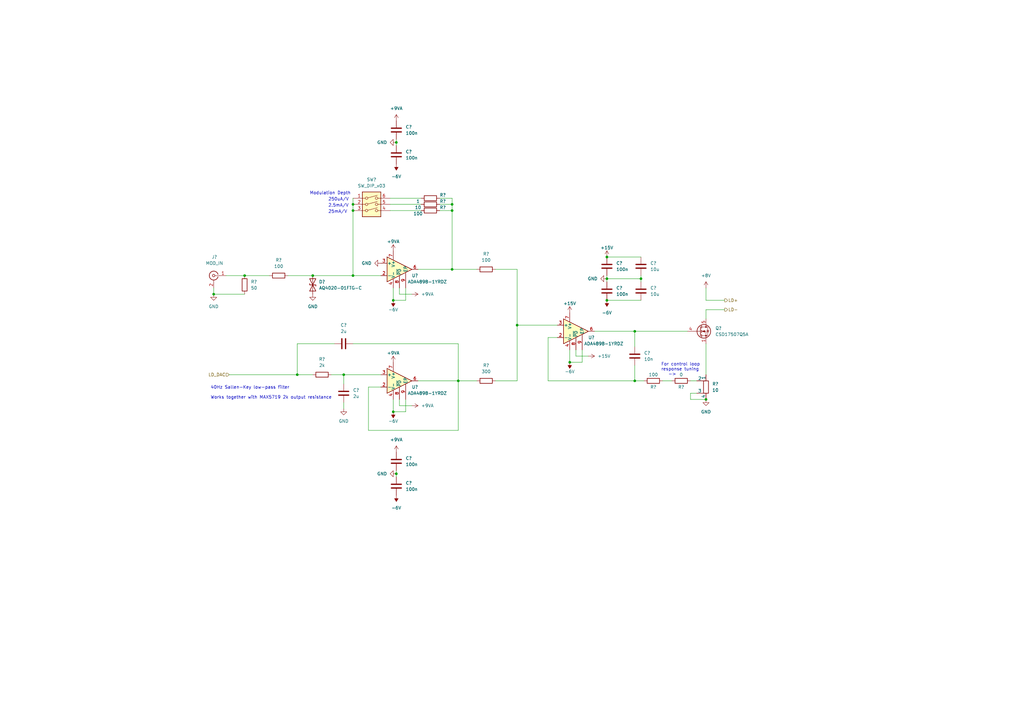
<source format=kicad_sch>
(kicad_sch (version 20211123) (generator eeschema)
  (paper "A3")
  (lib_symbols
    (symbol "Amplifier_Operational:ADA4898-1YRDZ" (pin_names (offset 0.127))
      (property "Reference" "U" (at 3.81 3.81 0))
      (property "Value" "ADA4898-1YRDZ" (at 11.43 -2.54 0))
      (symbol "ADA4898-1YRDZ_1_1"
        (polyline (pts (xy -5.08 5.08) (xy 5.08 0) (xy -5.08 -5.08) (xy -5.08 5.08)) (stroke (width 0.254)) (fill (type background)))
        (pin input line (at -7.62 -2.54 0) (length 2.54) (name "-") (number "2"))
        (pin input line (at -7.62 2.54 0) (length 2.54) (name "+") (number "3"))
        (pin power_in line (at -2.54 -7.62 90) (length 3.81) (name "V-") (number "4"))
        (pin output line (at 7.62 0 180) (length 2.54) (name "~") (number "6"))
        (pin power_in line (at -2.54 7.62 270) (length 3.81) (name "V+") (number "7"))
        (pin input line (at 0 -7.62 90) (length 5.08) (name "~{PD}") (number "8"))
        (pin passive line (at 2.54 -7.62 90) (length 6.35) (name "EP") (number "9"))
      )
    )
    (symbol "Connector:Conn_Coaxial" (pin_names (offset 1.016) hide)
      (property "Reference" "J" (at 0.254 3.048 0))
      (property "Value" "Conn_Coaxial" (at 2.921 0 90))
      (symbol "Conn_Coaxial_0_1"
        (arc (start -1.778 -0.508) (mid 0.2311 -1.8066) (end 1.778 0) (stroke (width 0.254)))
        (polyline (pts (xy -2.54 0) (xy -0.508 0)))
        (polyline (pts (xy 0 -2.54) (xy 0 -1.778)))
        (circle (center 0 0) (radius 0.508) (stroke (width 0.2032)))
        (arc (start 1.778 0) (mid 0.2099 1.8101) (end -1.778 0.508) (stroke (width 0.254)))
      )
      (symbol "Conn_Coaxial_1_1"
        (pin passive line (at -5.08 0 0) (length 2.54) (name "In") (number "1"))
        (pin passive line (at 0 -5.08 90) (length 2.54) (name "Ext") (number "2"))
      )
    )
    (symbol "Device:C" (pin_numbers hide) (pin_names (offset 0.254))
      (property "Reference" "C" (at 0.635 2.54 0))
      (property "Value" "C" (at 0.635 -2.54 0))
      (symbol "C_0_1"
        (polyline (pts (xy -2.032 -0.762) (xy 2.032 -0.762)) (stroke (width 0.508)))
        (polyline (pts (xy -2.032 0.762) (xy 2.032 0.762)) (stroke (width 0.508)))
      )
      (symbol "C_1_1"
        (pin passive line (at 0 3.81 270) (length 2.794) (name "~") (number "1"))
        (pin passive line (at 0 -3.81 90) (length 2.794) (name "~") (number "2"))
      )
    )
    (symbol "Device:D_TVS" (pin_numbers hide) (pin_names (offset 1.016) hide)
      (property "Reference" "D" (at 0 2.54 0))
      (property "Value" "D_TVS" (at 0 -2.54 0))
      (symbol "D_TVS_0_1"
        (polyline (pts (xy 1.27 0) (xy -1.27 0)))
        (polyline (pts (xy 0.508 1.27) (xy 0 1.27) (xy 0 -1.27) (xy -0.508 -1.27)) (stroke (width 0.254)))
        (polyline (pts (xy -2.54 1.27) (xy -2.54 -1.27) (xy 2.54 1.27) (xy 2.54 -1.27) (xy -2.54 1.27)) (stroke (width 0.254)))
      )
      (symbol "D_TVS_1_1"
        (pin passive line (at -3.81 0 0) (length 2.54) (name "A1") (number "1"))
        (pin passive line (at 3.81 0 180) (length 2.54) (name "A2") (number "2"))
      )
    )
    (symbol "Device:R" (pin_numbers hide) (pin_names (offset 0))
      (property "Reference" "R" (at 2.032 0 90))
      (property "Value" "R" (at 0 0 90))
      (symbol "R_0_1"
        (rectangle (start -1.016 -2.54) (end 1.016 2.54) (stroke (width 0.254)))
      )
      (symbol "R_1_1"
        (pin passive line (at 0 3.81 270) (length 1.27) (name "~") (number "1"))
        (pin passive line (at 0 -3.81 90) (length 1.27) (name "~") (number "2"))
      )
    )
    (symbol "Device:R_Shunt" (pin_numbers hide) (pin_names (offset 0))
      (property "Reference" "R" (at -4.445 0 90))
      (property "Value" "R_Shunt" (at -2.54 0 90))
      (symbol "R_Shunt_0_1"
        (rectangle (start -1.016 -2.54) (end 1.016 2.54) (stroke (width 0.254)))
        (polyline (pts (xy 0 -2.54) (xy 1.27 -2.54)))
        (polyline (pts (xy 1.27 2.54) (xy 0 2.54)))
      )
      (symbol "R_Shunt_1_1"
        (pin passive line (at 0 5.08 270) (length 2.54) (name "1") (number "1"))
        (pin passive line (at 3.81 2.54 180) (length 2.54) (name "2") (number "2"))
        (pin passive line (at 3.81 -2.54 180) (length 2.54) (name "3") (number "3"))
        (pin passive line (at 0 -5.08 90) (length 2.54) (name "4") (number "4"))
      )
    )
    (symbol "Switch:SW_DIP_x03" (pin_names (offset 0) hide)
      (property "Reference" "SW" (at 0 8.89 0))
      (property "Value" "SW_DIP_x03" (at 0 -3.81 0))
      (symbol "SW_DIP_x03_0_0"
        (circle (center -2.032 0) (radius 0.508))
        (circle (center -2.032 2.54) (radius 0.508))
        (circle (center -2.032 5.08) (radius 0.508))
        (polyline (pts (xy -1.524 0.127) (xy 2.3622 1.1684)))
        (polyline (pts (xy -1.524 2.667) (xy 2.3622 3.7084)))
        (polyline (pts (xy -1.524 5.207) (xy 2.3622 6.2484)))
        (circle (center 2.032 0) (radius 0.508))
        (circle (center 2.032 2.54) (radius 0.508))
        (circle (center 2.032 5.08) (radius 0.508))
      )
      (symbol "SW_DIP_x03_0_1"
        (rectangle (start -3.81 7.62) (end 3.81 -2.54) (stroke (width 0.254)) (fill (type background)))
      )
      (symbol "SW_DIP_x03_1_1"
        (pin passive line (at -7.62 5.08 0) (length 5.08) (name "~") (number "1"))
        (pin passive line (at -7.62 2.54 0) (length 5.08) (name "~") (number "2"))
        (pin passive line (at -7.62 0 0) (length 5.08) (name "~") (number "3"))
        (pin passive line (at 7.62 0 180) (length 5.08) (name "~") (number "4"))
        (pin passive line (at 7.62 2.54 180) (length 5.08) (name "~") (number "5"))
        (pin passive line (at 7.62 5.08 180) (length 5.08) (name "~") (number "6"))
      )
    )
    (symbol "Transistor_FET:CSD17507Q5A" (pin_names hide)
      (property "Reference" "Q" (at 5.08 1.905 0))
      (property "Value" "CSD17507Q5A" (at 5.08 0 0))
      (symbol "CSD17507Q5A_0_1"
        (polyline (pts (xy 0.254 0) (xy -2.54 0)))
        (polyline (pts (xy 0.254 1.905) (xy 0.254 -1.905)) (stroke (width 0.254)))
        (polyline (pts (xy 0.762 -1.27) (xy 0.762 -2.286)) (stroke (width 0.254)))
        (polyline (pts (xy 0.762 0.508) (xy 0.762 -0.508)) (stroke (width 0.254)))
        (polyline (pts (xy 0.762 2.286) (xy 0.762 1.27)) (stroke (width 0.254)))
        (polyline (pts (xy 2.54 2.54) (xy 2.54 1.778)))
        (polyline (pts (xy 2.54 -2.54) (xy 2.54 0) (xy 0.762 0)))
        (polyline (pts (xy 0.762 -1.778) (xy 3.302 -1.778) (xy 3.302 1.778) (xy 0.762 1.778)))
        (polyline (pts (xy 1.016 0) (xy 2.032 0.381) (xy 2.032 -0.381) (xy 1.016 0)) (fill (type outline)))
        (polyline (pts (xy 2.794 0.508) (xy 2.921 0.381) (xy 3.683 0.381) (xy 3.81 0.254)))
        (polyline (pts (xy 3.302 0.381) (xy 2.921 -0.254) (xy 3.683 -0.254) (xy 3.302 0.381)))
        (circle (center 1.651 0) (radius 2.794) (stroke (width 0.254)))
        (circle (center 2.54 -1.778) (radius 0.254) (fill (type outline)))
        (circle (center 2.54 1.778) (radius 0.254) (fill (type outline)))
      )
      (symbol "CSD17507Q5A_1_1"
        (pin passive line (at 2.54 -5.08 90) (length 2.54) (name "S") (number "1"))
        (pin passive line (at 2.54 -5.08 90) (length 2.54) hide (name "S") (number "2"))
        (pin passive line (at 2.54 -5.08 90) (length 2.54) hide (name "S") (number "3"))
        (pin passive line (at -5.08 0 0) (length 2.54) (name "G") (number "4"))
        (pin passive line (at 2.54 5.08 270) (length 2.54) (name "D") (number "5"))
      )
    )
    (symbol "power:+15V" (power) (pin_names (offset 0))
      (property "Value" "+15V" (at 0 3.556 0))
      (symbol "+15V_0_1"
        (polyline (pts (xy -0.762 1.27) (xy 0 2.54)))
        (polyline (pts (xy 0 0) (xy 0 2.54)))
        (polyline (pts (xy 0 2.54) (xy 0.762 1.27)))
      )
      (symbol "+15V_1_1"
        (pin power_in line (at 0 0 90) (length 0) hide (name "+15V") (number "1"))
      )
    )
    (symbol "power:+8V" (power) (pin_names (offset 0))
      (property "Value" "+8V" (at 0 3.556 0))
      (symbol "+8V_0_1"
        (polyline (pts (xy -0.762 1.27) (xy 0 2.54)))
        (polyline (pts (xy 0 0) (xy 0 2.54)))
        (polyline (pts (xy 0 2.54) (xy 0.762 1.27)))
      )
      (symbol "+8V_1_1"
        (pin power_in line (at 0 0 90) (length 0) hide (name "+8V") (number "1"))
      )
    )
    (symbol "power:+9VA" (power) (pin_names (offset 0))
      (property "Value" "+9VA" (at 0 3.81 0))
      (symbol "+9VA_0_1"
        (polyline (pts (xy -0.762 1.27) (xy 0 2.54)))
        (polyline (pts (xy 0 0) (xy 0 2.54)))
        (polyline (pts (xy 0 2.54) (xy 0.762 1.27)))
      )
      (symbol "+9VA_1_1"
        (pin power_in line (at 0 0 90) (length 0) hide (name "+9VA") (number "1"))
      )
    )
    (symbol "power:-6V" (power) (pin_names (offset 0))
      (property "Value" "-6V" (at 0 3.81 0))
      (symbol "-6V_0_0"
        (pin power_in line (at 0 0 90) (length 0) hide (name "-6V") (number "1"))
      )
      (symbol "-6V_0_1"
        (polyline (pts (xy 0 0) (xy 0 1.27) (xy 0.762 1.27) (xy 0 2.54) (xy -0.762 1.27) (xy 0 1.27)) (fill (type outline)))
      )
    )
    (symbol "power:GND" (power) (pin_names (offset 0))
      (property "Value" "GND" (at 0 -3.81 0))
      (symbol "GND_0_1"
        (polyline (pts (xy 0 0) (xy 0 -1.27) (xy 1.27 -1.27) (xy 0 -2.54) (xy -1.27 -1.27) (xy 0 -1.27)))
      )
      (symbol "GND_1_1"
        (pin power_in line (at 0 0 270) (length 0) hide (name "GND") (number "1"))
      )
    )
  )
  (junction (at 144.78 86.36))
  (junction (at 185.42 110.49))
  (junction (at 233.68 148.59))
  (junction (at 144.78 83.82))
  (junction (at 248.92 114.3))
  (junction (at 162.56 58.42))
  (junction (at 128.27 113.03))
  (junction (at 248.92 105.41))
  (junction (at 100.33 113.03))
  (junction (at 161.29 168.91))
  (junction (at 187.96 156.21))
  (junction (at 161.29 123.19))
  (junction (at 121.92 153.67))
  (junction (at 262.89 114.3))
  (junction (at 140.97 153.67))
  (junction (at 162.56 194.31))
  (junction (at 248.92 123.19))
  (junction (at 185.42 86.36))
  (junction (at 260.35 156.21))
  (junction (at 289.56 163.83))
  (junction (at 260.35 135.89))
  (junction (at 185.42 83.82))
  (junction (at 87.63 120.65))
  (junction (at 144.78 113.03))
  (junction (at 212.09 133.35))
  (wire (pts (xy 140.97 165.1) (xy 140.97 167.64)))
  (wire (pts (xy 121.92 153.67) (xy 128.27 153.67)))
  (wire (pts (xy 162.56 193.04) (xy 162.56 194.31)))
  (wire (pts (xy 87.63 120.65) (xy 100.33 120.65)))
  (wire (pts (xy 187.96 156.21) (xy 195.58 156.21)))
  (wire (pts (xy 248.92 114.3) (xy 248.92 115.57)))
  (wire (pts (xy 289.56 130.81) (xy 289.56 127)))
  (wire (pts (xy 144.78 140.97) (xy 187.96 140.97)))
  (wire (pts (xy 87.63 120.65) (xy 87.63 118.11)))
  (wire (pts (xy 260.35 135.89) (xy 260.35 142.24)))
  (wire (pts (xy 243.84 135.89) (xy 260.35 135.89)))
  (wire (pts (xy 163.83 166.37) (xy 168.91 166.37)))
  (wire (pts (xy 128.27 113.03) (xy 144.78 113.03)))
  (wire (pts (xy 203.2 156.21) (xy 212.09 156.21)))
  (wire (pts (xy 162.56 58.42) (xy 162.56 59.69)))
  (wire (pts (xy 100.33 113.03) (xy 110.49 113.03)))
  (wire (pts (xy 92.71 113.03) (xy 100.33 113.03)))
  (wire (pts (xy 185.42 81.28) (xy 185.42 83.82)))
  (wire (pts (xy 185.42 86.36) (xy 185.42 110.49)))
  (wire (pts (xy 118.11 113.03) (xy 128.27 113.03)))
  (wire (pts (xy 236.22 146.05) (xy 241.3 146.05)))
  (wire (pts (xy 283.21 161.29) (xy 283.21 163.83)))
  (wire (pts (xy 185.42 110.49) (xy 195.58 110.49)))
  (wire (pts (xy 162.56 57.15) (xy 162.56 58.42)))
  (wire (pts (xy 180.34 86.36) (xy 185.42 86.36)))
  (wire (pts (xy 260.35 135.89) (xy 281.94 135.89)))
  (wire (pts (xy 171.45 156.21) (xy 187.96 156.21)))
  (wire (pts (xy 140.97 153.67) (xy 156.21 153.67)))
  (wire (pts (xy 135.89 153.67) (xy 140.97 153.67)))
  (wire (pts (xy 160.02 86.36) (xy 172.72 86.36)))
  (wire (pts (xy 187.96 176.53) (xy 187.96 156.21)))
  (wire (pts (xy 289.56 127) (xy 297.18 127)))
  (wire (pts (xy 262.89 114.3) (xy 248.92 114.3)))
  (wire (pts (xy 151.13 158.75) (xy 151.13 176.53)))
  (wire (pts (xy 166.37 123.19) (xy 166.37 118.11)))
  (wire (pts (xy 161.29 118.11) (xy 161.29 123.19)))
  (wire (pts (xy 166.37 168.91) (xy 166.37 163.83)))
  (wire (pts (xy 121.92 140.97) (xy 121.92 153.67)))
  (wire (pts (xy 137.16 140.97) (xy 121.92 140.97)))
  (wire (pts (xy 180.34 81.28) (xy 185.42 81.28)))
  (wire (pts (xy 212.09 133.35) (xy 228.6 133.35)))
  (wire (pts (xy 163.83 118.11) (xy 163.83 120.65)))
  (wire (pts (xy 161.29 123.19) (xy 166.37 123.19)))
  (wire (pts (xy 212.09 110.49) (xy 212.09 133.35)))
  (wire (pts (xy 233.68 148.59) (xy 238.76 148.59)))
  (wire (pts (xy 283.21 161.29) (xy 285.75 161.29)))
  (wire (pts (xy 151.13 176.53) (xy 187.96 176.53)))
  (wire (pts (xy 271.78 156.21) (xy 275.59 156.21)))
  (wire (pts (xy 163.83 163.83) (xy 163.83 166.37)))
  (wire (pts (xy 93.98 153.67) (xy 121.92 153.67)))
  (wire (pts (xy 283.21 156.21) (xy 285.75 156.21)))
  (wire (pts (xy 171.45 110.49) (xy 185.42 110.49)))
  (wire (pts (xy 203.2 110.49) (xy 212.09 110.49)))
  (wire (pts (xy 180.34 83.82) (xy 185.42 83.82)))
  (wire (pts (xy 260.35 156.21) (xy 224.79 156.21)))
  (wire (pts (xy 144.78 81.28) (xy 144.78 83.82)))
  (wire (pts (xy 161.29 168.91) (xy 166.37 168.91)))
  (wire (pts (xy 233.68 143.51) (xy 233.68 148.59)))
  (wire (pts (xy 224.79 156.21) (xy 224.79 138.43)))
  (wire (pts (xy 236.22 143.51) (xy 236.22 146.05)))
  (wire (pts (xy 289.56 123.19) (xy 297.18 123.19)))
  (wire (pts (xy 212.09 156.21) (xy 212.09 133.35)))
  (wire (pts (xy 144.78 83.82) (xy 144.78 86.36)))
  (wire (pts (xy 163.83 120.65) (xy 168.91 120.65)))
  (wire (pts (xy 260.35 156.21) (xy 264.16 156.21)))
  (wire (pts (xy 161.29 163.83) (xy 161.29 168.91)))
  (wire (pts (xy 162.56 194.31) (xy 162.56 195.58)))
  (wire (pts (xy 144.78 86.36) (xy 144.78 113.03)))
  (wire (pts (xy 160.02 83.82) (xy 172.72 83.82)))
  (wire (pts (xy 262.89 113.03) (xy 262.89 114.3)))
  (wire (pts (xy 289.56 118.11) (xy 289.56 123.19)))
  (wire (pts (xy 187.96 140.97) (xy 187.96 156.21)))
  (wire (pts (xy 262.89 114.3) (xy 262.89 115.57)))
  (wire (pts (xy 140.97 153.67) (xy 140.97 157.48)))
  (wire (pts (xy 156.21 158.75) (xy 151.13 158.75)))
  (wire (pts (xy 283.21 163.83) (xy 289.56 163.83)))
  (wire (pts (xy 248.92 113.03) (xy 248.92 114.3)))
  (wire (pts (xy 248.92 105.41) (xy 262.89 105.41)))
  (wire (pts (xy 248.92 123.19) (xy 262.89 123.19)))
  (wire (pts (xy 289.56 140.97) (xy 289.56 153.67)))
  (wire (pts (xy 238.76 148.59) (xy 238.76 143.51)))
  (wire (pts (xy 144.78 113.03) (xy 156.21 113.03)))
  (wire (pts (xy 260.35 149.86) (xy 260.35 156.21)))
  (wire (pts (xy 160.02 81.28) (xy 172.72 81.28)))
  (wire (pts (xy 185.42 83.82) (xy 185.42 86.36)))
  (wire (pts (xy 224.79 138.43) (xy 228.6 138.43)))
  (text "250uA/V" (at 134.62 82.55 0) (effects (font (size 1.27 1.27)) (justify left bottom)))
  (text "2.5mA/V" (at 134.62 85.09 0) (effects (font (size 1.27 1.27)) (justify left bottom)))
  (text "For control loop\nresponse tuning\n   ->" (at 271.145 154.305 0) (effects (font (size 1.27 1.27)) (justify left bottom)))
  (text "25mA/V" (at 134.62 87.63 0) (effects (font (size 1.27 1.27)) (justify left bottom)))
  (text "40Hz Sallen-Key low-pass filter\n\nWorks together with MAX5719 2k output resistance" (at 86.36 163.83 0) (effects (font (size 1.27 1.27)) (justify left bottom)))
  (text "Modulation Depth" (at 127 80.01 0) (effects (font (size 1.27 1.27)) (justify left bottom)))
  (hierarchical_label "LD+" (shape output) (at 297.18 123.19 0))
  (hierarchical_label "LD_DAC" (shape input) (at 93.98 153.67 180))
  (hierarchical_label "LD-" (shape output) (at 297.18 127 0))
  (symbol (lib_id "Device:R") (at 176.53 86.36 90) (unit 1)
    (property "Reference" "R?" (at 181.61 85.09 90))
    (property "Value" "100" (at 171.45 87.63 90))
  )
  (symbol (lib_id "Device:C") (at 140.97 140.97 90) (unit 1)
    (property "Reference" "C?" (at 140.97 133.35 90))
    (property "Value" "2u" (at 140.97 135.89 90))
  )
  (symbol (lib_id "power:+15V") (at 248.92 105.41 0) (unit 1)
    (property "Reference" "#PWR?" (effects hide))
    (property "Value" "+15V" (at 248.92 101.6 0))
  )
  (symbol (lib_id "power:+9VA") (at 162.56 49.53 0) (unit 1)
    (property "Reference" "#PWR?" (effects hide))
    (property "Value" "+9VA" (at 162.56 44.45 0))
  )
  (symbol (lib_id "Device:R") (at 279.4 156.21 90) (unit 1)
    (property "Reference" "R?" (at 279.4 158.75 90))
    (property "Value" "0" (at 279.4 153.67 90))
  )
  (symbol (lib_id "power:-6V") (at 162.56 67.31 180) (unit 1)
    (property "Reference" "#PWR?" (effects hide))
    (property "Value" "-6V" (at 162.56 72.39 0))
  )
  (symbol (lib_id "Device:C") (at 262.89 119.38 0) (unit 1)
    (property "Reference" "C?" (at 266.7 118.1099 0) (effects (justify left)))
    (property "Value" "10u" (at 266.7 120.6499 0) (effects (justify left)))
  )
  (symbol (lib_id "Device:R") (at 267.97 156.21 90) (unit 1)
    (property "Reference" "R?" (at 267.97 158.75 90))
    (property "Value" "100" (at 267.97 153.67 90))
  )
  (symbol (lib_id "power:GND") (at 162.56 194.31 270) (unit 1)
    (property "Reference" "#PWR?" (effects hide))
    (property "Value" "GND" (at 158.75 194.3099 90) (effects (justify right)))
  )
  (symbol (lib_id "Amplifier_Operational:ADA4898-1YRDZ") (at 236.22 135.89 0) (unit 1)
    (property "Reference" "U?" (at 242.57 138.43 0))
    (property "Value" "ADA4898-1YRDZ" (at 247.65 140.97 0))
    (property "Footprint" "Package_SO:SOIC-8-1EP_3.9x4.9mm_P1.27mm_EP2.29x3mm" (effects hide))
    (property "Datasheet" "https://www.analog.com/media/en/technical-documentation/data-sheets/ada4898-1_4898-2.pdf" (effects hide))
  )
  (symbol (lib_id "Device:C") (at 260.35 146.05 0) (unit 1)
    (property "Reference" "C?" (at 264.16 144.7799 0) (effects (justify left)))
    (property "Value" "10n" (at 264.16 147.3199 0) (effects (justify left)))
  )
  (symbol (lib_id "Device:R") (at 199.39 156.21 90) (unit 1)
    (property "Reference" "R?" (at 199.39 149.86 90))
    (property "Value" "300" (at 199.39 152.4 90))
  )
  (symbol (lib_id "power:+9VA") (at 162.56 185.42 0) (unit 1)
    (property "Reference" "#PWR?" (effects hide))
    (property "Value" "+9VA" (at 162.56 180.34 0))
  )
  (symbol (lib_id "Device:C") (at 162.56 53.34 0) (unit 1)
    (property "Reference" "C?" (at 166.37 52.0699 0) (effects (justify left)))
    (property "Value" "100n" (at 166.37 54.6099 0) (effects (justify left)))
  )
  (symbol (lib_id "power:-6V") (at 162.56 203.2 180) (unit 1)
    (property "Reference" "#PWR?" (effects hide))
    (property "Value" "-6V" (at 162.56 208.28 0))
  )
  (symbol (lib_id "Switch:SW_DIP_x03") (at 152.4 86.36 0) (unit 1)
    (property "Reference" "SW?" (at 152.4 73.66 0))
    (property "Value" "SW_DIP_x03" (at 152.4 76.2 0))
  )
  (symbol (lib_id "Amplifier_Operational:ADA4898-1YRDZ") (at 163.83 156.21 0) (unit 1)
    (property "Reference" "U?" (at 170.18 158.75 0))
    (property "Value" "ADA4898-1YRDZ" (at 175.26 161.29 0))
    (property "Footprint" "Package_SO:SOIC-8-1EP_3.9x4.9mm_P1.27mm_EP2.29x3mm" (effects hide))
    (property "Datasheet" "https://www.analog.com/media/en/technical-documentation/data-sheets/ada4898-1_4898-2.pdf" (effects hide))
  )
  (symbol (lib_id "power:GND") (at 248.92 114.3 270) (unit 1)
    (property "Reference" "#PWR?" (effects hide))
    (property "Value" "GND" (at 245.11 114.2999 90) (effects (justify right)))
  )
  (symbol (lib_id "Device:C") (at 248.92 119.38 0) (unit 1)
    (property "Reference" "C?" (at 252.73 118.1099 0) (effects (justify left)))
    (property "Value" "100n" (at 252.73 120.6499 0) (effects (justify left)))
  )
  (symbol (lib_id "power:GND") (at 140.97 167.64 0) (unit 1)
    (property "Reference" "#PWR?" (effects hide))
    (property "Value" "GND" (at 140.97 172.72 0))
  )
  (symbol (lib_id "Device:R") (at 132.08 153.67 90) (unit 1)
    (property "Reference" "R?" (at 132.08 147.32 90))
    (property "Value" "2k" (at 132.08 149.86 90))
  )
  (symbol (lib_id "power:+9VA") (at 168.91 120.65 270) (unit 1)
    (property "Reference" "#PWR?" (effects hide))
    (property "Value" "+9VA" (at 172.72 120.6499 90) (effects (justify left)))
  )
  (symbol (lib_id "Device:R_Shunt") (at 289.56 158.75 0) (mirror y) (unit 1)
    (property "Reference" "R?" (at 292.1 157.4799 0) (effects (justify right)))
    (property "Value" "10" (at 292.1 160.0199 0) (effects (justify right)))
  )
  (symbol (lib_id "power:-6V") (at 161.29 168.91 180) (unit 1)
    (property "Reference" "#PWR?" (effects hide))
    (property "Value" "-6V" (at 161.29 172.72 0))
  )
  (symbol (lib_id "power:GND") (at 156.21 107.95 270) (unit 1)
    (property "Reference" "#PWR?" (effects hide))
    (property "Value" "GND" (at 152.4 107.9499 90) (effects (justify right)))
  )
  (symbol (lib_id "power:+15V") (at 241.3 146.05 270) (unit 1)
    (property "Reference" "#PWR?" (effects hide))
    (property "Value" "+15V" (at 245.11 146.05 90) (effects (justify left)))
  )
  (symbol (lib_id "power:GND") (at 162.56 58.42 270) (unit 1)
    (property "Reference" "#PWR?" (effects hide))
    (property "Value" "GND" (at 158.75 58.4199 90) (effects (justify right)))
  )
  (symbol (lib_id "Device:C") (at 262.89 109.22 0) (unit 1)
    (property "Reference" "C?" (at 266.7 107.9499 0) (effects (justify left)))
    (property "Value" "10u" (at 266.7 110.4899 0) (effects (justify left)))
  )
  (symbol (lib_id "Device:R") (at 199.39 110.49 90) (unit 1)
    (property "Reference" "R?" (at 199.39 104.14 90))
    (property "Value" "100" (at 199.39 106.68 90))
  )
  (symbol (lib_id "Device:R") (at 100.33 116.84 0) (unit 1)
    (property "Reference" "R?" (at 102.87 115.5699 0) (effects (justify left)))
    (property "Value" "50" (at 102.87 118.1099 0) (effects (justify left)))
  )
  (symbol (lib_id "power:GND") (at 128.27 120.65 0) (unit 1)
    (property "Reference" "#PWR?" (effects hide))
    (property "Value" "GND" (at 128.27 125.73 0))
  )
  (symbol (lib_id "Device:R") (at 114.3 113.03 90) (unit 1)
    (property "Reference" "R?" (at 114.3 106.68 90))
    (property "Value" "100" (at 114.3 109.22 90))
  )
  (symbol (lib_id "power:+9VA") (at 168.91 166.37 270) (unit 1)
    (property "Reference" "#PWR?" (effects hide))
    (property "Value" "+9VA" (at 172.72 166.3699 90) (effects (justify left)))
  )
  (symbol (lib_id "power:GND") (at 289.56 163.83 0) (unit 1)
    (property "Reference" "#PWR?" (effects hide))
    (property "Value" "GND" (at 289.56 168.91 0))
  )
  (symbol (lib_id "Device:R") (at 176.53 81.28 90) (unit 1)
    (property "Reference" "R?" (at 181.61 80.01 90))
    (property "Value" "1" (at 171.45 82.55 90))
  )
  (symbol (lib_id "power:+8V") (at 289.56 118.11 0) (unit 1)
    (property "Reference" "#PWR?" (effects hide))
    (property "Value" "+8V" (at 289.56 113.03 0))
  )
  (symbol (lib_id "Amplifier_Operational:ADA4898-1YRDZ") (at 163.83 110.49 0) (unit 1)
    (property "Reference" "U?" (at 170.18 113.03 0))
    (property "Value" "ADA4898-1YRDZ" (at 175.26 115.57 0))
    (property "Footprint" "Package_SO:SOIC-8-1EP_3.9x4.9mm_P1.27mm_EP2.29x3mm" (effects hide))
    (property "Datasheet" "https://www.analog.com/media/en/technical-documentation/data-sheets/ada4898-1_4898-2.pdf" (effects hide))
  )
  (symbol (lib_id "power:-6V") (at 161.29 123.19 180) (unit 1)
    (property "Reference" "#PWR?" (effects hide))
    (property "Value" "-6V" (at 161.29 127 0))
  )
  (symbol (lib_id "power:GND") (at 87.63 120.65 0) (unit 1)
    (property "Reference" "#PWR?" (effects hide))
    (property "Value" "GND" (at 87.63 125.73 0))
  )
  (symbol (lib_id "Device:C") (at 248.92 109.22 0) (unit 1)
    (property "Reference" "C?" (at 252.73 107.9499 0) (effects (justify left)))
    (property "Value" "100n" (at 252.73 110.4899 0) (effects (justify left)))
  )
  (symbol (lib_id "Transistor_FET:CSD17507Q5A") (at 287.02 135.89 0) (unit 1)
    (property "Reference" "Q?" (at 293.37 134.6199 0) (effects (justify left)))
    (property "Value" "CSD17507Q5A" (at 293.37 137.1599 0) (effects (justify left)))
    (property "Footprint" "Package_TO_SOT_SMD:TDSON-8-1" (effects hide))
    (property "Datasheet" "http://www.ti.com/lit/gpn/csd17507q5a" (effects hide))
  )
  (symbol (lib_id "power:-6V") (at 233.68 148.59 180) (unit 1)
    (property "Reference" "#PWR?" (effects hide))
    (property "Value" "-6V" (at 233.68 152.4 0))
  )
  (symbol (lib_id "Device:R") (at 176.53 83.82 90) (unit 1)
    (property "Reference" "R?" (at 181.61 82.55 90))
    (property "Value" "10" (at 171.45 85.09 90))
  )
  (symbol (lib_id "power:-6V") (at 248.92 123.19 180) (unit 1)
    (property "Reference" "#PWR?" (effects hide))
    (property "Value" "-6V" (at 248.92 128.27 0))
  )
  (symbol (lib_id "Device:D_TVS") (at 128.27 116.84 90) (unit 1)
    (property "Reference" "D?" (at 130.81 115.5699 90) (effects (justify right)))
    (property "Value" "AQ4020-01FTG-C" (at 130.81 118.1099 90) (effects (justify right)))
    (property "Datasheet" "https://www.mouser.hk/datasheet/2/240/Littelfuse_tvs_diode_array_AQ4020_datasheet_pdf-1372610.pdf" (effects hide))
  )
  (symbol (lib_id "power:+9VA") (at 161.29 148.59 0) (unit 1)
    (property "Reference" "#PWR?" (effects hide))
    (property "Value" "+9VA" (at 161.29 144.78 0))
  )
  (symbol (lib_id "power:+9VA") (at 161.29 102.87 0) (unit 1)
    (property "Reference" "#PWR?" (effects hide))
    (property "Value" "+9VA" (at 161.29 99.06 0))
  )
  (symbol (lib_id "Device:C") (at 162.56 199.39 0) (unit 1)
    (property "Reference" "C?" (at 166.37 198.1199 0) (effects (justify left)))
    (property "Value" "100n" (at 166.37 200.6599 0) (effects (justify left)))
  )
  (symbol (lib_id "Device:C") (at 140.97 161.29 0) (unit 1)
    (property "Reference" "C?" (at 144.78 160.0199 0) (effects (justify left)))
    (property "Value" "2u" (at 144.78 162.5599 0) (effects (justify left)))
  )
  (symbol (lib_id "power:+15V") (at 233.68 128.27 0) (unit 1)
    (property "Reference" "#PWR?" (effects hide))
    (property "Value" "+15V" (at 233.68 124.46 0))
  )
  (symbol (lib_id "Device:C") (at 162.56 63.5 0) (unit 1)
    (property "Reference" "C?" (at 166.37 62.2299 0) (effects (justify left)))
    (property "Value" "100n" (at 166.37 64.7699 0) (effects (justify left)))
  )
  (symbol (lib_id "Connector:Conn_Coaxial") (at 87.63 113.03 0) (mirror y) (unit 1)
    (property "Reference" "J?" (at 87.9474 105.41 0))
    (property "Value" "MOD_IN" (at 87.9474 107.95 0))
    (property "Datasheet" " ~" (effects hide))
  )
  (symbol (lib_id "Device:C") (at 162.56 189.23 0) (unit 1)
    (property "Reference" "C?" (at 166.37 187.9599 0) (effects (justify left)))
    (property "Value" "100n" (at 166.37 190.4999 0) (effects (justify left)))
  )
)
</source>
